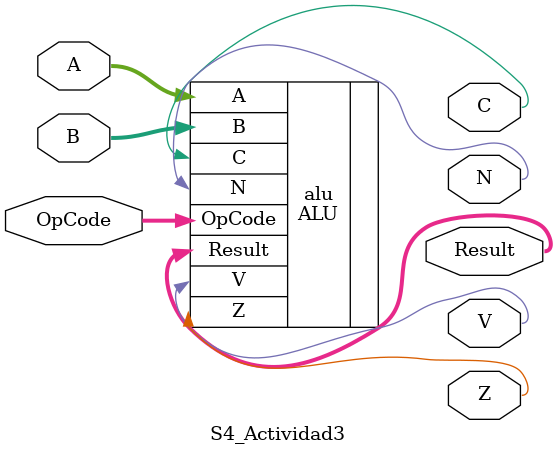
<source format=sv>
`timescale 1ns / 1ps


module S4_Actividad3(
input logic [7:0]A,
input logic [7:0]B,
input logic [1:0] OpCode,
output logic [7:0]Result,
output logic V,
output logic C,
output logic Z,
output logic N
    );
ALU #('d8,'d8,'d8)alu(.A(A),.B(B),.OpCode(OpCode) ,.Result(Result),.V(V),.C(C),.Z(Z),.N(N));
endmodule

</source>
